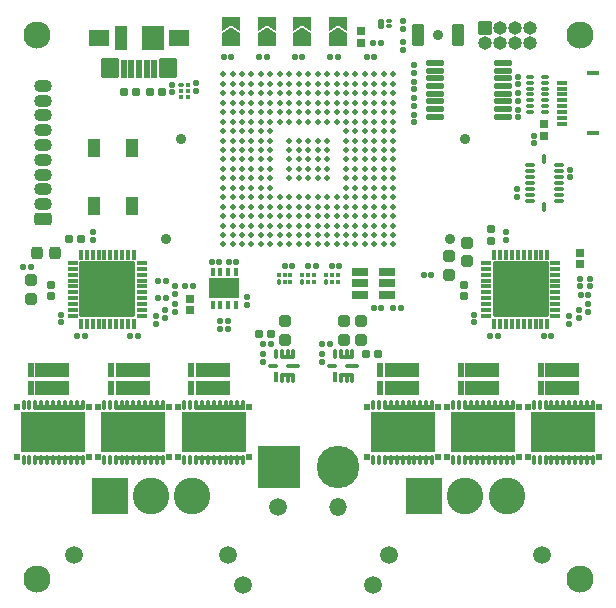
<source format=gts>
%TF.GenerationSoftware,KiCad,Pcbnew,(6.0.5)*%
%TF.CreationDate,2022-11-28T14:04:54+01:00*%
%TF.ProjectId,omodri_laas,6f6d6f64-7269-45f6-9c61-61732e6b6963,2.0*%
%TF.SameCoordinates,Original*%
%TF.FileFunction,Soldermask,Top*%
%TF.FilePolarity,Negative*%
%FSLAX46Y46*%
G04 Gerber Fmt 4.6, Leading zero omitted, Abs format (unit mm)*
G04 Created by KiCad (PCBNEW (6.0.5)) date 2022-11-28 14:04:54*
%MOMM*%
%LPD*%
G01*
G04 APERTURE LIST*
G04 Aperture macros list*
%AMRoundRect*
0 Rectangle with rounded corners*
0 $1 Rounding radius*
0 $2 $3 $4 $5 $6 $7 $8 $9 X,Y pos of 4 corners*
0 Add a 4 corners polygon primitive as box body*
4,1,4,$2,$3,$4,$5,$6,$7,$8,$9,$2,$3,0*
0 Add four circle primitives for the rounded corners*
1,1,$1+$1,$2,$3*
1,1,$1+$1,$4,$5*
1,1,$1+$1,$6,$7*
1,1,$1+$1,$8,$9*
0 Add four rect primitives between the rounded corners*
20,1,$1+$1,$2,$3,$4,$5,0*
20,1,$1+$1,$4,$5,$6,$7,0*
20,1,$1+$1,$6,$7,$8,$9,0*
20,1,$1+$1,$8,$9,$2,$3,0*%
%AMFreePoly0*
4,1,16,0.535355,0.785355,0.541603,0.777735,1.041603,0.027735,1.049029,-0.009806,1.041603,-0.027735,0.541603,-0.777735,0.509806,-0.799029,0.500000,-0.800000,-0.500000,-0.800000,-0.535355,-0.785355,-0.550000,-0.750000,-0.550000,0.750000,-0.535355,0.785355,-0.500000,0.800000,0.500000,0.800000,0.535355,0.785355,0.535355,0.785355,$1*%
%AMFreePoly1*
4,1,16,0.535355,0.785355,0.550000,0.750000,0.550000,-0.750000,0.535355,-0.785355,0.500000,-0.800000,-0.650000,-0.800000,-0.685355,-0.785355,-0.700000,-0.750000,-0.691603,-0.722265,-0.210093,0.000000,-0.691603,0.722265,-0.699029,0.759806,-0.677735,0.791603,-0.650000,0.800000,0.500000,0.800000,0.535355,0.785355,0.535355,0.785355,$1*%
G04 Aperture macros list end*
%ADD10C,0.350000*%
%ADD11C,0.100000*%
%ADD12C,0.900000*%
%ADD13RoundRect,0.150000X0.100000X-0.130000X0.100000X0.130000X-0.100000X0.130000X-0.100000X-0.130000X0*%
%ADD14RoundRect,0.150000X-0.130000X-0.100000X0.130000X-0.100000X0.130000X0.100000X-0.130000X0.100000X0*%
%ADD15RoundRect,0.190000X0.140000X0.170000X-0.140000X0.170000X-0.140000X-0.170000X0.140000X-0.170000X0*%
%ADD16RoundRect,0.268750X0.256250X-0.218750X0.256250X0.218750X-0.256250X0.218750X-0.256250X-0.218750X0*%
%ADD17RoundRect,0.150000X0.130000X0.100000X-0.130000X0.100000X-0.130000X-0.100000X0.130000X-0.100000X0*%
%ADD18RoundRect,0.050000X1.350000X-0.575000X1.350000X0.575000X-1.350000X0.575000X-1.350000X-0.575000X0*%
%ADD19RoundRect,0.050000X0.175000X0.575000X-0.175000X0.575000X-0.175000X-0.575000X0.175000X-0.575000X0*%
%ADD20RoundRect,0.050000X0.125000X-0.400000X0.125000X0.400000X-0.125000X0.400000X-0.125000X-0.400000X0*%
%ADD21RoundRect,0.050000X0.125000X-0.350000X0.125000X0.350000X-0.125000X0.350000X-0.125000X-0.350000X0*%
%ADD22RoundRect,0.050000X0.550000X-0.125000X0.550000X0.125000X-0.550000X0.125000X-0.550000X-0.125000X0*%
%ADD23RoundRect,0.050000X0.350000X-0.125000X0.350000X0.125000X-0.350000X0.125000X-0.350000X-0.125000X0*%
%ADD24RoundRect,0.150000X0.637500X0.100000X-0.637500X0.100000X-0.637500X-0.100000X0.637500X-0.100000X0*%
%ADD25RoundRect,0.150000X-0.100000X0.130000X-0.100000X-0.130000X0.100000X-0.130000X0.100000X0.130000X0*%
%ADD26RoundRect,0.190000X-0.170000X0.140000X-0.170000X-0.140000X0.170000X-0.140000X0.170000X0.140000X0*%
%ADD27RoundRect,0.050000X0.200000X-0.125000X0.200000X0.125000X-0.200000X0.125000X-0.200000X-0.125000X0*%
%ADD28RoundRect,0.050000X0.200000X-0.350000X0.200000X0.350000X-0.200000X0.350000X-0.200000X-0.350000X0*%
%ADD29RoundRect,0.197500X-0.172500X0.147500X-0.172500X-0.147500X0.172500X-0.147500X0.172500X0.147500X0*%
%ADD30RoundRect,0.190000X-0.140000X-0.170000X0.140000X-0.170000X0.140000X0.170000X-0.140000X0.170000X0*%
%ADD31C,2.300000*%
%ADD32C,1.500000*%
%ADD33RoundRect,0.050000X1.500000X1.500000X-1.500000X1.500000X-1.500000X-1.500000X1.500000X-1.500000X0*%
%ADD34C,3.100000*%
%ADD35RoundRect,0.275000X-0.250000X0.225000X-0.250000X-0.225000X0.250000X-0.225000X0.250000X0.225000X0*%
%ADD36RoundRect,0.275000X-0.225000X-0.250000X0.225000X-0.250000X0.225000X0.250000X-0.225000X0.250000X0*%
%ADD37RoundRect,0.197500X0.172500X-0.147500X0.172500X0.147500X-0.172500X0.147500X-0.172500X-0.147500X0*%
%ADD38RoundRect,0.275000X0.250000X-0.225000X0.250000X0.225000X-0.250000X0.225000X-0.250000X-0.225000X0*%
%ADD39RoundRect,0.050000X1.750000X1.750000X-1.750000X1.750000X-1.750000X-1.750000X1.750000X-1.750000X0*%
%ADD40C,3.600000*%
%ADD41RoundRect,0.050000X0.350000X-0.150000X0.350000X0.150000X-0.350000X0.150000X-0.350000X-0.150000X0*%
%ADD42RoundRect,0.050000X0.500000X-0.150000X0.500000X0.150000X-0.500000X0.150000X-0.500000X-0.150000X0*%
%ADD43RoundRect,0.112500X-0.350000X-0.062500X0.350000X-0.062500X0.350000X0.062500X-0.350000X0.062500X0*%
%ADD44RoundRect,0.112500X-0.062500X-0.350000X0.062500X-0.350000X0.062500X0.350000X-0.062500X0.350000X0*%
%ADD45RoundRect,0.050000X-2.300000X-2.300000X2.300000X-2.300000X2.300000X2.300000X-2.300000X2.300000X0*%
%ADD46RoundRect,0.050000X0.124999X-0.350000X0.124999X0.350000X-0.124999X0.350000X-0.124999X-0.350000X0*%
%ADD47RoundRect,0.050000X0.187500X-0.214999X0.187500X0.214999X-0.187500X0.214999X-0.187500X-0.214999X0*%
%ADD48RoundRect,0.050000X2.699999X-1.650000X2.699999X1.650000X-2.699999X1.650000X-2.699999X-1.650000X0*%
%ADD49RoundRect,0.200000X-0.512500X-0.150000X0.512500X-0.150000X0.512500X0.150000X-0.512500X0.150000X0*%
%ADD50RoundRect,0.050000X0.225000X0.690000X-0.225000X0.690000X-0.225000X-0.690000X0.225000X-0.690000X0*%
%ADD51RoundRect,0.050000X0.825000X0.650000X-0.825000X0.650000X-0.825000X-0.650000X0.825000X-0.650000X0*%
%ADD52RoundRect,0.050000X0.500000X0.950000X-0.500000X0.950000X-0.500000X-0.950000X0.500000X-0.950000X0*%
%ADD53RoundRect,0.050000X0.712500X0.775000X-0.712500X0.775000X-0.712500X-0.775000X0.712500X-0.775000X0*%
%ADD54RoundRect,0.050000X0.900000X0.950000X-0.900000X0.950000X-0.900000X-0.950000X0.900000X-0.950000X0*%
%ADD55RoundRect,0.197500X-0.147500X-0.172500X0.147500X-0.172500X0.147500X0.172500X-0.147500X0.172500X0*%
%ADD56RoundRect,0.197500X0.147500X0.172500X-0.147500X0.172500X-0.147500X-0.172500X0.147500X-0.172500X0*%
%ADD57RoundRect,0.050000X0.450000X0.850000X-0.450000X0.850000X-0.450000X-0.850000X0.450000X-0.850000X0*%
%ADD58RoundRect,0.050000X0.525000X-0.525000X0.525000X0.525000X-0.525000X0.525000X-0.525000X-0.525000X0*%
%ADD59O,1.150000X1.150000*%
%ADD60FreePoly0,90.000000*%
%ADD61FreePoly1,90.000000*%
%ADD62RoundRect,0.300000X0.450000X-0.250000X0.450000X0.250000X-0.450000X0.250000X-0.450000X-0.250000X0*%
%ADD63O,1.500000X1.100000*%
%ADD64RoundRect,0.050000X-0.337500X-0.125000X0.337500X-0.125000X0.337500X0.125000X-0.337500X0.125000X0*%
%ADD65RoundRect,0.050000X0.337500X-0.125000X0.337500X0.125000X-0.337500X0.125000X-0.337500X-0.125000X0*%
%ADD66RoundRect,0.050000X0.125000X-0.337500X0.125000X0.337500X-0.125000X0.337500X-0.125000X-0.337500X0*%
%ADD67RoundRect,0.050000X0.125000X0.337500X-0.125000X0.337500X-0.125000X-0.337500X0.125000X-0.337500X0*%
%ADD68RoundRect,0.050000X-0.175000X-0.100000X0.175000X-0.100000X0.175000X0.100000X-0.175000X0.100000X0*%
%ADD69RoundRect,0.050000X-0.150000X-0.100000X0.150000X-0.100000X0.150000X0.100000X-0.150000X0.100000X0*%
%ADD70RoundRect,0.050000X0.100000X-0.175000X0.100000X0.175000X-0.100000X0.175000X-0.100000X-0.175000X0*%
%ADD71RoundRect,0.050000X0.100000X-0.150000X0.100000X0.150000X-0.100000X0.150000X-0.100000X-0.150000X0*%
%ADD72RoundRect,0.050000X-0.500000X0.750000X-0.500000X-0.750000X0.500000X-0.750000X0.500000X0.750000X0*%
%ADD73RoundRect,0.050000X-0.150000X0.300000X-0.150000X-0.300000X0.150000X-0.300000X0.150000X0.300000X0*%
%ADD74RoundRect,0.050000X-1.200000X0.825000X-1.200000X-0.825000X1.200000X-0.825000X1.200000X0.825000X0*%
%ADD75RoundRect,0.050000X-0.249999X0.100000X-0.249999X-0.100000X0.249999X-0.100000X0.249999X0.100000X0*%
%ADD76C,0.500000*%
%ADD77O,1.500000X1.500000*%
G04 APERTURE END LIST*
D10*
%TO.C,U13*%
X122750000Y-80775000D02*
X123750000Y-80775000D01*
X122750000Y-79225000D02*
X123750000Y-79225000D01*
%TO.C,Q2*%
G36*
X105975000Y-87900000D02*
G01*
X101825000Y-87900000D01*
X101825000Y-87600000D01*
X105975000Y-87600000D01*
X105975000Y-87900000D01*
G37*
D11*
X105975000Y-87900000D02*
X101825000Y-87900000D01*
X101825000Y-87600000D01*
X105975000Y-87600000D01*
X105975000Y-87900000D01*
G36*
X105975000Y-83600000D02*
G01*
X101825000Y-83600000D01*
X101825000Y-83300000D01*
X105975000Y-83300000D01*
X105975000Y-83600000D01*
G37*
X105975000Y-83600000D02*
X101825000Y-83600000D01*
X101825000Y-83300000D01*
X105975000Y-83300000D01*
X105975000Y-83600000D01*
%TO.C,Q3*%
G36*
X112775000Y-87900000D02*
G01*
X108625000Y-87900000D01*
X108625000Y-87600000D01*
X112775000Y-87600000D01*
X112775000Y-87900000D01*
G37*
X112775000Y-87900000D02*
X108625000Y-87900000D01*
X108625000Y-87600000D01*
X112775000Y-87600000D01*
X112775000Y-87900000D01*
G36*
X112775000Y-83600000D02*
G01*
X108625000Y-83600000D01*
X108625000Y-83300000D01*
X112775000Y-83300000D01*
X112775000Y-83600000D01*
G37*
X112775000Y-83600000D02*
X108625000Y-83600000D01*
X108625000Y-83300000D01*
X112775000Y-83300000D01*
X112775000Y-83600000D01*
%TO.C,Q4*%
G36*
X119575000Y-83600000D02*
G01*
X115425000Y-83600000D01*
X115425000Y-83300000D01*
X119575000Y-83300000D01*
X119575000Y-83600000D01*
G37*
X119575000Y-83600000D02*
X115425000Y-83600000D01*
X115425000Y-83300000D01*
X119575000Y-83300000D01*
X119575000Y-83600000D01*
G36*
X119575000Y-87900000D02*
G01*
X115425000Y-87900000D01*
X115425000Y-87600000D01*
X119575000Y-87600000D01*
X119575000Y-87900000D01*
G37*
X119575000Y-87900000D02*
X115425000Y-87900000D01*
X115425000Y-87600000D01*
X119575000Y-87600000D01*
X119575000Y-87900000D01*
%TO.C,Q5*%
G36*
X135575000Y-87900000D02*
G01*
X131425000Y-87900000D01*
X131425000Y-87600000D01*
X135575000Y-87600000D01*
X135575000Y-87900000D01*
G37*
X135575000Y-87900000D02*
X131425000Y-87900000D01*
X131425000Y-87600000D01*
X135575000Y-87600000D01*
X135575000Y-87900000D01*
G36*
X135575000Y-83600000D02*
G01*
X131425000Y-83600000D01*
X131425000Y-83300000D01*
X135575000Y-83300000D01*
X135575000Y-83600000D01*
G37*
X135575000Y-83600000D02*
X131425000Y-83600000D01*
X131425000Y-83300000D01*
X135575000Y-83300000D01*
X135575000Y-83600000D01*
%TO.C,Q6*%
G36*
X142375000Y-83600000D02*
G01*
X138225000Y-83600000D01*
X138225000Y-83300000D01*
X142375000Y-83300000D01*
X142375000Y-83600000D01*
G37*
X142375000Y-83600000D02*
X138225000Y-83600000D01*
X138225000Y-83300000D01*
X142375000Y-83300000D01*
X142375000Y-83600000D01*
G36*
X142375000Y-87900000D02*
G01*
X138225000Y-87900000D01*
X138225000Y-87600000D01*
X142375000Y-87600000D01*
X142375000Y-87900000D01*
G37*
X142375000Y-87900000D02*
X138225000Y-87900000D01*
X138225000Y-87600000D01*
X142375000Y-87600000D01*
X142375000Y-87900000D01*
%TO.C,Q7*%
G36*
X149175000Y-83600000D02*
G01*
X145025000Y-83600000D01*
X145025000Y-83300000D01*
X149175000Y-83300000D01*
X149175000Y-83600000D01*
G37*
X149175000Y-83600000D02*
X145025000Y-83600000D01*
X145025000Y-83300000D01*
X149175000Y-83300000D01*
X149175000Y-83600000D01*
G36*
X149175000Y-87900000D02*
G01*
X145025000Y-87900000D01*
X145025000Y-87600000D01*
X149175000Y-87600000D01*
X149175000Y-87900000D01*
G37*
X149175000Y-87900000D02*
X145025000Y-87900000D01*
X145025000Y-87600000D01*
X149175000Y-87600000D01*
X149175000Y-87900000D01*
D10*
%TO.C,U12*%
X127750000Y-80775000D02*
X128750000Y-80775000D01*
X127750000Y-79225000D02*
X128750000Y-79225000D01*
%TD*%
D12*
%TO.C,J9*%
X114270000Y-60740000D03*
X113000000Y-69260000D03*
%TD*%
D13*
%TO.C,C41*%
X141750000Y-69320000D03*
X141750000Y-68680000D03*
%TD*%
D14*
%TO.C,C49*%
X144930000Y-77450000D03*
X145570000Y-77450000D03*
%TD*%
D15*
%TO.C,C65*%
X121830000Y-77250000D03*
X120870000Y-77250000D03*
%TD*%
D14*
%TO.C,C69*%
X132180000Y-75100000D03*
X132820000Y-75100000D03*
%TD*%
D16*
%TO.C,FB3*%
X123000000Y-77787500D03*
X123000000Y-76212500D03*
%TD*%
D17*
%TO.C,R26*%
X130600000Y-53800000D03*
X129960000Y-53800000D03*
%TD*%
D18*
%TO.C,R40*%
X132925000Y-81875000D03*
D19*
X131100000Y-81875000D03*
X131100000Y-80325000D03*
D18*
X132925000Y-80325000D03*
%TD*%
D20*
%TO.C,U13*%
X122250000Y-80950000D03*
D21*
X122750000Y-81000000D03*
X123250000Y-81000000D03*
X123750000Y-81000000D03*
D22*
X123750000Y-80000000D03*
D21*
X123750000Y-79000000D03*
X123250000Y-79000000D03*
X122750000Y-79000000D03*
X122250000Y-79000000D03*
D23*
X122050000Y-80000000D03*
%TD*%
D13*
%TO.C,R44*%
X148700000Y-75390000D03*
X148700000Y-74750000D03*
%TD*%
%TO.C,R23*%
X134000000Y-59370000D03*
X134000000Y-58730000D03*
%TD*%
D17*
%TO.C,C45*%
X141070000Y-77450000D03*
X140430000Y-77450000D03*
%TD*%
D24*
%TO.C,U5*%
X141462500Y-58875000D03*
X141462500Y-58225000D03*
X141462500Y-57575000D03*
X141462500Y-56925000D03*
X141462500Y-56275000D03*
X141462500Y-55625000D03*
X141462500Y-54975000D03*
X141462500Y-54325000D03*
X135737500Y-54325000D03*
X135737500Y-54975000D03*
X135737500Y-55625000D03*
X135737500Y-56275000D03*
X135737500Y-56925000D03*
X135737500Y-57575000D03*
X135737500Y-58225000D03*
X135737500Y-58875000D03*
%TD*%
D25*
%TO.C,R20*%
X142800000Y-55480000D03*
X142800000Y-56120000D03*
%TD*%
%TO.C,R21*%
X134000000Y-54530000D03*
X134000000Y-55170000D03*
%TD*%
D26*
%TO.C,C37*%
X138200000Y-73120000D03*
X138200000Y-74080000D03*
%TD*%
D27*
%TO.C,Q1*%
X131850000Y-51225000D03*
X131850000Y-50775000D03*
D28*
X131150000Y-51000000D03*
%TD*%
D25*
%TO.C,C43*%
X139050000Y-75630000D03*
X139050000Y-76270000D03*
%TD*%
D18*
%TO.C,R41*%
X139725000Y-81875000D03*
D19*
X137900000Y-81875000D03*
X137900000Y-80325000D03*
D18*
X139725000Y-80325000D03*
%TD*%
D14*
%TO.C,R37*%
X114580000Y-73250000D03*
X115220000Y-73250000D03*
%TD*%
D13*
%TO.C,R45*%
X148000000Y-73250000D03*
X148000000Y-72610000D03*
%TD*%
%TO.C,R46*%
X148875000Y-73250000D03*
X148875000Y-72610000D03*
%TD*%
D29*
%TO.C,D9*%
X115000000Y-74315000D03*
X115000000Y-75285000D03*
%TD*%
D30*
%TO.C,C27*%
X104790000Y-69200000D03*
X105750000Y-69200000D03*
%TD*%
D31*
%TO.C,H3*%
X102000000Y-52000000D03*
%TD*%
%TO.C,H4*%
X148000000Y-98000000D03*
%TD*%
%TO.C,H1*%
X102000000Y-98000000D03*
%TD*%
D32*
%TO.C,J11*%
X131800000Y-95975000D03*
X144800000Y-95975000D03*
D33*
X134800000Y-90975000D03*
D34*
X138300000Y-90975000D03*
X141800000Y-90975000D03*
%TD*%
D17*
%TO.C,R53*%
X121840000Y-78100000D03*
X121200000Y-78100000D03*
%TD*%
D30*
%TO.C,C62*%
X129920000Y-79000000D03*
X130880000Y-79000000D03*
%TD*%
D25*
%TO.C,R52*%
X126200000Y-79000000D03*
X126200000Y-79640000D03*
%TD*%
D35*
%TO.C,C25*%
X101500000Y-72725000D03*
X101500000Y-74275000D03*
%TD*%
D36*
%TO.C,C29*%
X102025000Y-70400000D03*
X103575000Y-70400000D03*
%TD*%
D13*
%TO.C,C28*%
X106750000Y-69320000D03*
X106750000Y-68680000D03*
%TD*%
D17*
%TO.C,C68*%
X131170000Y-75100000D03*
X130530000Y-75100000D03*
%TD*%
D31*
%TO.C,H2*%
X148000000Y-52000000D03*
%TD*%
D17*
%TO.C,R51*%
X126840000Y-78100000D03*
X126200000Y-78100000D03*
%TD*%
D14*
%TO.C,C31*%
X112280000Y-74250000D03*
X112920000Y-74250000D03*
%TD*%
D37*
%TO.C,D10*%
X148000000Y-71370000D03*
X148000000Y-70400000D03*
%TD*%
D26*
%TO.C,C40*%
X140500000Y-68420000D03*
X140500000Y-69380000D03*
%TD*%
D38*
%TO.C,C38*%
X136900000Y-72250000D03*
X136900000Y-70700000D03*
%TD*%
D32*
%TO.C,J6*%
X130500000Y-98500000D03*
X119500000Y-98500000D03*
D39*
X122500000Y-88500000D03*
D40*
X127500000Y-88500000D03*
%TD*%
D18*
%TO.C,R39*%
X116925000Y-81875000D03*
D19*
X115100000Y-81875000D03*
X115100000Y-80325000D03*
D18*
X116925000Y-80325000D03*
%TD*%
D14*
%TO.C,C36*%
X109930000Y-77450000D03*
X110570000Y-77450000D03*
%TD*%
D25*
%TO.C,C30*%
X104050000Y-75630000D03*
X104050000Y-76270000D03*
%TD*%
D17*
%TO.C,C32*%
X106070000Y-77450000D03*
X105430000Y-77450000D03*
%TD*%
D18*
%TO.C,R32*%
X110125000Y-81875000D03*
D19*
X108300000Y-81875000D03*
X108300000Y-80325000D03*
D18*
X110125000Y-80325000D03*
%TD*%
D13*
%TO.C,R42*%
X147100000Y-76390000D03*
X147100000Y-75750000D03*
%TD*%
%TO.C,R34*%
X112900000Y-75890000D03*
X112900000Y-75250000D03*
%TD*%
D32*
%TO.C,J10*%
X105200000Y-95975000D03*
X118200000Y-95975000D03*
D33*
X108200000Y-90975000D03*
D34*
X111700000Y-90975000D03*
X115200000Y-90975000D03*
%TD*%
D25*
%TO.C,R54*%
X121200000Y-79000000D03*
X121200000Y-79640000D03*
%TD*%
D16*
%TO.C,FB1*%
X128000000Y-77787500D03*
X128000000Y-76212500D03*
%TD*%
%TO.C,FB2*%
X129500000Y-77787500D03*
X129500000Y-76212500D03*
%TD*%
D25*
%TO.C,R29*%
X133000000Y-50780000D03*
X133000000Y-51420000D03*
%TD*%
D13*
%TO.C,C14*%
X134000000Y-56570000D03*
X134000000Y-55930000D03*
%TD*%
%TO.C,R33*%
X112100000Y-76390000D03*
X112100000Y-75750000D03*
%TD*%
%TO.C,R43*%
X147900000Y-75890000D03*
X147900000Y-75250000D03*
%TD*%
%TO.C,R35*%
X113700000Y-75390000D03*
X113700000Y-74750000D03*
%TD*%
%TO.C,R19*%
X142800000Y-57520000D03*
X142800000Y-56880000D03*
%TD*%
D18*
%TO.C,R31*%
X103325000Y-81875000D03*
D19*
X101500000Y-81875000D03*
X101500000Y-80325000D03*
D18*
X103325000Y-80325000D03*
%TD*%
D41*
%TO.C,J5*%
X146500000Y-59500000D03*
X146500000Y-59000000D03*
X146500000Y-58500000D03*
X146500000Y-58000000D03*
X146500000Y-57500000D03*
X146500000Y-57000000D03*
X146500000Y-56500000D03*
X146500000Y-56000000D03*
D42*
X149150000Y-60290000D03*
X149150000Y-55210000D03*
%TD*%
D18*
%TO.C,R47*%
X146525000Y-81875000D03*
D19*
X144700000Y-81875000D03*
X144700000Y-80325000D03*
D18*
X146525000Y-80325000D03*
%TD*%
D43*
%TO.C,U9*%
X105062500Y-71250000D03*
X105062500Y-71750000D03*
X105062500Y-72250000D03*
X105062500Y-72750000D03*
X105062500Y-73250000D03*
X105062500Y-73750000D03*
X105062500Y-74250000D03*
X105062500Y-74750000D03*
X105062500Y-75250000D03*
X105062500Y-75750000D03*
D44*
X105750000Y-76437500D03*
X106250000Y-76437500D03*
X106750000Y-76437500D03*
X107250000Y-76437500D03*
X107750000Y-76437500D03*
X108250000Y-76437500D03*
X108750000Y-76437500D03*
X109250000Y-76437500D03*
X109750000Y-76437500D03*
X110250000Y-76437500D03*
D43*
X110937500Y-75750000D03*
X110937500Y-75250000D03*
X110937500Y-74750000D03*
X110937500Y-74250000D03*
X110937500Y-73750000D03*
X110937500Y-73250000D03*
X110937500Y-72750000D03*
X110937500Y-72250000D03*
X110937500Y-71750000D03*
X110937500Y-71250000D03*
D44*
X110250000Y-70562500D03*
X109750000Y-70562500D03*
X109250000Y-70562500D03*
X108750000Y-70562500D03*
X108250000Y-70562500D03*
X107750000Y-70562500D03*
X107250000Y-70562500D03*
X106750000Y-70562500D03*
X106250000Y-70562500D03*
X105750000Y-70562500D03*
D45*
X108000000Y-73500000D03*
%TD*%
D43*
%TO.C,U10*%
X140062500Y-71250000D03*
X140062500Y-71750000D03*
X140062500Y-72250000D03*
X140062500Y-72750000D03*
X140062500Y-73250000D03*
X140062500Y-73750000D03*
X140062500Y-74250000D03*
X140062500Y-74750000D03*
X140062500Y-75250000D03*
X140062500Y-75750000D03*
D44*
X140750000Y-76437500D03*
X141250000Y-76437500D03*
X141750000Y-76437500D03*
X142250000Y-76437500D03*
X142750000Y-76437500D03*
X143250000Y-76437500D03*
X143750000Y-76437500D03*
X144250000Y-76437500D03*
X144750000Y-76437500D03*
X145250000Y-76437500D03*
D43*
X145937500Y-75750000D03*
X145937500Y-75250000D03*
X145937500Y-74750000D03*
X145937500Y-74250000D03*
X145937500Y-73750000D03*
X145937500Y-73250000D03*
X145937500Y-72750000D03*
X145937500Y-72250000D03*
X145937500Y-71750000D03*
X145937500Y-71250000D03*
D44*
X145250000Y-70562500D03*
X144750000Y-70562500D03*
X144250000Y-70562500D03*
X143750000Y-70562500D03*
X143250000Y-70562500D03*
X142750000Y-70562500D03*
X142250000Y-70562500D03*
X141750000Y-70562500D03*
X141250000Y-70562500D03*
X140750000Y-70562500D03*
D45*
X143000000Y-73500000D03*
%TD*%
D25*
%TO.C,R18*%
X142800000Y-58280000D03*
X142800000Y-58920000D03*
%TD*%
D46*
%TO.C,Q2*%
X100900000Y-87950000D03*
X101399999Y-87950000D03*
X101900000Y-87950000D03*
X102399999Y-87950000D03*
X102900001Y-87950000D03*
X103400000Y-87950000D03*
X103899999Y-87950000D03*
X104400001Y-87950000D03*
X104900000Y-87950000D03*
X105400001Y-87950000D03*
X105900000Y-87950000D03*
X105900000Y-83250000D03*
X105400001Y-83250000D03*
X104900000Y-83250000D03*
X104400001Y-83250000D03*
X103899999Y-83250000D03*
X103400000Y-83250000D03*
X102900001Y-83250000D03*
X102399999Y-83250000D03*
X101900000Y-83250000D03*
X101399999Y-83250000D03*
X100900000Y-83250000D03*
D47*
X100387001Y-87715000D03*
X106412999Y-87715000D03*
X106412999Y-83485000D03*
X100387001Y-83485000D03*
D48*
X103400000Y-85600000D03*
%TD*%
D46*
%TO.C,Q3*%
X107700000Y-87950000D03*
X108199999Y-87950000D03*
X108700000Y-87950000D03*
X109199999Y-87950000D03*
X109700001Y-87950000D03*
X110200000Y-87950000D03*
X110699999Y-87950000D03*
X111200001Y-87950000D03*
X111700000Y-87950000D03*
X112200001Y-87950000D03*
X112700000Y-87950000D03*
X112700000Y-83250000D03*
X112200001Y-83250000D03*
X111700000Y-83250000D03*
X111200001Y-83250000D03*
X110699999Y-83250000D03*
X110200000Y-83250000D03*
X109700001Y-83250000D03*
X109199999Y-83250000D03*
X108700000Y-83250000D03*
X108199999Y-83250000D03*
X107700000Y-83250000D03*
D47*
X107187001Y-87715000D03*
X113212999Y-87715000D03*
X113212999Y-83485000D03*
X107187001Y-83485000D03*
D48*
X110200000Y-85600000D03*
%TD*%
D46*
%TO.C,Q4*%
X114500000Y-87950000D03*
X114999999Y-87950000D03*
X115500000Y-87950000D03*
X115999999Y-87950000D03*
X116500001Y-87950000D03*
X117000000Y-87950000D03*
X117499999Y-87950000D03*
X118000001Y-87950000D03*
X118500000Y-87950000D03*
X119000001Y-87950000D03*
X119500000Y-87950000D03*
X119500000Y-83250000D03*
X119000001Y-83250000D03*
X118500000Y-83250000D03*
X118000001Y-83250000D03*
X117499999Y-83250000D03*
X117000000Y-83250000D03*
X116500001Y-83250000D03*
X115999999Y-83250000D03*
X115500000Y-83250000D03*
X114999999Y-83250000D03*
X114500000Y-83250000D03*
D47*
X113987001Y-87715000D03*
X120012999Y-87715000D03*
X120012999Y-83485000D03*
X113987001Y-83485000D03*
D48*
X117000000Y-85600000D03*
%TD*%
D46*
%TO.C,Q5*%
X130500000Y-87950000D03*
X130999999Y-87950000D03*
X131500000Y-87950000D03*
X131999999Y-87950000D03*
X132500001Y-87950000D03*
X133000000Y-87950000D03*
X133499999Y-87950000D03*
X134000001Y-87950000D03*
X134500000Y-87950000D03*
X135000001Y-87950000D03*
X135500000Y-87950000D03*
X135500000Y-83250000D03*
X135000001Y-83250000D03*
X134500000Y-83250000D03*
X134000001Y-83250000D03*
X133499999Y-83250000D03*
X133000000Y-83250000D03*
X132500001Y-83250000D03*
X131999999Y-83250000D03*
X131500000Y-83250000D03*
X130999999Y-83250000D03*
X130500000Y-83250000D03*
D47*
X129987001Y-87715000D03*
X136012999Y-87715000D03*
X136012999Y-83485000D03*
X129987001Y-83485000D03*
D48*
X133000000Y-85600000D03*
%TD*%
D46*
%TO.C,Q6*%
X137300000Y-87950000D03*
X137799999Y-87950000D03*
X138300000Y-87950000D03*
X138799999Y-87950000D03*
X139300001Y-87950000D03*
X139800000Y-87950000D03*
X140299999Y-87950000D03*
X140800001Y-87950000D03*
X141300000Y-87950000D03*
X141800001Y-87950000D03*
X142300000Y-87950000D03*
X142300000Y-83250000D03*
X141800001Y-83250000D03*
X141300000Y-83250000D03*
X140800001Y-83250000D03*
X140299999Y-83250000D03*
X139800000Y-83250000D03*
X139300001Y-83250000D03*
X138799999Y-83250000D03*
X138300000Y-83250000D03*
X137799999Y-83250000D03*
X137300000Y-83250000D03*
D47*
X136787001Y-87715000D03*
X142812999Y-87715000D03*
X142812999Y-83485000D03*
X136787001Y-83485000D03*
D48*
X139800000Y-85600000D03*
%TD*%
D46*
%TO.C,Q7*%
X144100000Y-87950000D03*
X144599999Y-87950000D03*
X145100000Y-87950000D03*
X145599999Y-87950000D03*
X146100001Y-87950000D03*
X146600000Y-87950000D03*
X147099999Y-87950000D03*
X147600001Y-87950000D03*
X148100000Y-87950000D03*
X148600001Y-87950000D03*
X149100000Y-87950000D03*
X149100000Y-83250000D03*
X148600001Y-83250000D03*
X148100000Y-83250000D03*
X147600001Y-83250000D03*
X147099999Y-83250000D03*
X146600000Y-83250000D03*
X146100001Y-83250000D03*
X145599999Y-83250000D03*
X145100000Y-83250000D03*
X144599999Y-83250000D03*
X144100000Y-83250000D03*
D47*
X143587001Y-87715000D03*
X149612999Y-87715000D03*
X149612999Y-83485000D03*
X143587001Y-83485000D03*
D48*
X146600000Y-85600000D03*
%TD*%
D49*
%TO.C,U14*%
X129362500Y-72050000D03*
X129362500Y-73000000D03*
X129362500Y-73950000D03*
X131637500Y-73950000D03*
X131637500Y-73000000D03*
X131637500Y-72050000D03*
%TD*%
D37*
%TO.C,D6*%
X129500000Y-52600000D03*
X129500000Y-51630000D03*
%TD*%
D14*
%TO.C,C44*%
X148080000Y-74000000D03*
X148720000Y-74000000D03*
%TD*%
D20*
%TO.C,U12*%
X127250000Y-80950000D03*
D21*
X127750000Y-81000000D03*
X128250000Y-81000000D03*
X128750000Y-81000000D03*
D22*
X128750000Y-80000000D03*
D21*
X128750000Y-79000000D03*
X128250000Y-79000000D03*
X127750000Y-79000000D03*
X127250000Y-79000000D03*
D23*
X127050000Y-80000000D03*
%TD*%
D38*
%TO.C,C42*%
X138450000Y-71125000D03*
X138450000Y-69575000D03*
%TD*%
D25*
%TO.C,R38*%
X113700000Y-73250000D03*
X113700000Y-73890000D03*
%TD*%
D26*
%TO.C,C24*%
X103200000Y-73120000D03*
X103200000Y-74080000D03*
%TD*%
D13*
%TO.C,C104*%
X113500000Y-56820000D03*
X113500000Y-56180000D03*
%TD*%
D50*
%TO.C,J15*%
X111970000Y-54860000D03*
X111320000Y-54860000D03*
X110670000Y-54860000D03*
X110020000Y-54860000D03*
X109370000Y-54860000D03*
D51*
X107295000Y-52200000D03*
X114045000Y-52200000D03*
D52*
X109120000Y-52200000D03*
D53*
X108182500Y-54775000D03*
X113157500Y-54775000D03*
D54*
X111820000Y-52200000D03*
%TD*%
D55*
%TO.C,D11*%
X111615000Y-56750000D03*
X112585000Y-56750000D03*
%TD*%
D56*
%TO.C,D12*%
X110385000Y-56750000D03*
X109415000Y-56750000D03*
%TD*%
D12*
%TO.C,SW1*%
X136000000Y-52000000D03*
D57*
X137700000Y-52000000D03*
X134300000Y-52000000D03*
%TD*%
D25*
%TO.C,C23*%
X133000000Y-52580000D03*
X133000000Y-53220000D03*
%TD*%
D17*
%TO.C,C26*%
X101520000Y-71600000D03*
X100880000Y-71600000D03*
%TD*%
%TO.C,C39*%
X135420000Y-72250000D03*
X134780000Y-72250000D03*
%TD*%
D58*
%TO.C,J7*%
X140000000Y-51400000D03*
D59*
X140000000Y-52670000D03*
X141270000Y-51400000D03*
X141270000Y-52670000D03*
X142540000Y-51400000D03*
X142540000Y-52670000D03*
X143810000Y-51400000D03*
X143810000Y-52670000D03*
%TD*%
D14*
%TO.C,R36*%
X112280000Y-72750000D03*
X112920000Y-72750000D03*
%TD*%
D25*
%TO.C,R22*%
X134000000Y-57330000D03*
X134000000Y-57970000D03*
%TD*%
D14*
%TO.C,R30*%
X130510000Y-52600000D03*
X131150000Y-52600000D03*
%TD*%
D60*
%TO.C,JP1*%
X127500000Y-52425000D03*
D61*
X127500000Y-50975000D03*
%TD*%
D13*
%TO.C,C102*%
X119800000Y-74800000D03*
X119800000Y-74160000D03*
%TD*%
D25*
%TO.C,R17*%
X144100000Y-60485000D03*
X144100000Y-61125000D03*
%TD*%
D62*
%TO.C,J12*%
X102550000Y-67525000D03*
D63*
X102550000Y-66275000D03*
X102550000Y-65025000D03*
X102550000Y-63775000D03*
X102550000Y-62525000D03*
X102550000Y-61275000D03*
X102550000Y-60025000D03*
X102550000Y-58775000D03*
X102550000Y-57525000D03*
X102550000Y-56275000D03*
%TD*%
D14*
%TO.C,R2*%
X120860000Y-53800000D03*
X121500000Y-53800000D03*
%TD*%
D64*
%TO.C,U16*%
X146262500Y-63000000D03*
X146262500Y-63500000D03*
X146262500Y-64000000D03*
X146262500Y-64500000D03*
D65*
X146262500Y-65000000D03*
X146262500Y-65500000D03*
X146262500Y-66000000D03*
D66*
X145000000Y-66512500D03*
D64*
X143737500Y-66000000D03*
X143737500Y-65500000D03*
X143737500Y-65000000D03*
D65*
X143737500Y-64500000D03*
X143737500Y-64000000D03*
X143737500Y-63500000D03*
X143737500Y-63000000D03*
D67*
X145000000Y-62487500D03*
%TD*%
D25*
%TO.C,R64*%
X118250000Y-76180000D03*
X118250000Y-76820000D03*
%TD*%
D68*
%TO.C,U19*%
X114225000Y-56180000D03*
D69*
X114200000Y-56680000D03*
X114200000Y-57180000D03*
X114800000Y-57180000D03*
X114800000Y-56680000D03*
X114800000Y-56180000D03*
%TD*%
D70*
%TO.C,U1*%
X122500000Y-72875000D03*
D71*
X123000000Y-72900000D03*
X123500000Y-72900000D03*
X123500000Y-72300000D03*
X123000000Y-72300000D03*
X122500000Y-72300000D03*
%TD*%
D72*
%TO.C,D4*%
X110100000Y-61550000D03*
X106900000Y-61550000D03*
X106900000Y-66450000D03*
X110100000Y-66450000D03*
%TD*%
D17*
%TO.C,R65*%
X118920000Y-71200000D03*
X118280000Y-71200000D03*
%TD*%
D29*
%TO.C,D2*%
X145000000Y-59515000D03*
X145000000Y-60485000D03*
%TD*%
D73*
%TO.C,U18*%
X118850000Y-72000000D03*
X118200000Y-72000000D03*
X117550000Y-72000000D03*
X116900000Y-72000000D03*
X116900000Y-74800000D03*
X117550000Y-74800000D03*
X118200000Y-74800000D03*
X118850000Y-74800000D03*
D74*
X117875000Y-73400000D03*
%TD*%
D14*
%TO.C,R1*%
X117860000Y-53800000D03*
X118500000Y-53800000D03*
%TD*%
%TO.C,C7*%
X125000000Y-71500000D03*
X125640000Y-71500000D03*
%TD*%
%TO.C,R3*%
X123860000Y-53800000D03*
X124500000Y-53800000D03*
%TD*%
%TO.C,R66*%
X116830000Y-71200000D03*
X117470000Y-71200000D03*
%TD*%
D70*
%TO.C,U2*%
X124500000Y-72875000D03*
D71*
X125000000Y-72900000D03*
X125500000Y-72900000D03*
X125500000Y-72300000D03*
X125000000Y-72300000D03*
X124500000Y-72300000D03*
%TD*%
D75*
%TO.C,D3*%
X145025000Y-58500000D03*
X145025000Y-58000001D03*
X145025000Y-57499999D03*
X145025000Y-57000000D03*
X145025000Y-56499998D03*
X145025000Y-55999999D03*
X145025000Y-55500000D03*
X143775000Y-55500000D03*
X143775000Y-55999999D03*
X143775000Y-56499998D03*
X143775000Y-57000000D03*
X143775000Y-57499999D03*
X143775000Y-58000001D03*
X143775000Y-58500000D03*
%TD*%
D13*
%TO.C,C100*%
X147200000Y-64000000D03*
X147200000Y-63360000D03*
%TD*%
%TO.C,C103*%
X115500000Y-56680000D03*
X115500000Y-56040000D03*
%TD*%
D60*
%TO.C,JP4*%
X118500000Y-52425000D03*
D61*
X118500000Y-50975000D03*
%TD*%
D14*
%TO.C,C3*%
X123000000Y-71500000D03*
X123640000Y-71500000D03*
%TD*%
D76*
%TO.C,U6*%
X117800000Y-69700000D03*
X117800000Y-68900000D03*
X117800000Y-68100000D03*
X117800000Y-67300000D03*
X117800000Y-66500000D03*
X117800000Y-65700000D03*
X117800000Y-64900000D03*
X117800000Y-64100000D03*
X117800000Y-63300000D03*
X117800000Y-62500000D03*
X117800000Y-61700000D03*
X117800000Y-60900000D03*
X117800000Y-60100000D03*
X117800000Y-59300000D03*
X117800000Y-58500000D03*
X117800000Y-57700000D03*
X117800000Y-56900000D03*
X117800000Y-56100000D03*
X117800000Y-55300000D03*
X118600000Y-69700000D03*
X118600000Y-68900000D03*
X118600000Y-68100000D03*
X118600000Y-67300000D03*
X118600000Y-66500000D03*
X118600000Y-65700000D03*
X118600000Y-64900000D03*
X118600000Y-64100000D03*
X118600000Y-63300000D03*
X118600000Y-62500000D03*
X118600000Y-61700000D03*
X118600000Y-60900000D03*
X118600000Y-60100000D03*
X118600000Y-59300000D03*
X118600000Y-58500000D03*
X118600000Y-57700000D03*
X118600000Y-56900000D03*
X118600000Y-56100000D03*
X118600000Y-55300000D03*
X119400000Y-69700000D03*
X119400000Y-68900000D03*
X119400000Y-68100000D03*
X119400000Y-67300000D03*
X119400000Y-66500000D03*
X119400000Y-65700000D03*
X119400000Y-64900000D03*
X119400000Y-64100000D03*
X119400000Y-63300000D03*
X119400000Y-62500000D03*
X119400000Y-61700000D03*
X119400000Y-60900000D03*
X119400000Y-60100000D03*
X119400000Y-59300000D03*
X119400000Y-58500000D03*
X119400000Y-57700000D03*
X119400000Y-56900000D03*
X119400000Y-56100000D03*
X119400000Y-55300000D03*
X120200000Y-69700000D03*
X120200000Y-68900000D03*
X120200000Y-68100000D03*
X120200000Y-67300000D03*
X120200000Y-66500000D03*
X120200000Y-65700000D03*
X120200000Y-64900000D03*
X120200000Y-64100000D03*
X120200000Y-63300000D03*
X120200000Y-62500000D03*
X120200000Y-61700000D03*
X120200000Y-60900000D03*
X120200000Y-60100000D03*
X120200000Y-59300000D03*
X120200000Y-58500000D03*
X120200000Y-57700000D03*
X120200000Y-56900000D03*
X120200000Y-56100000D03*
X120200000Y-55300000D03*
X121000000Y-69700000D03*
X121000000Y-68900000D03*
X121000000Y-68100000D03*
X121000000Y-67300000D03*
X121000000Y-66500000D03*
X121000000Y-65700000D03*
X121000000Y-64900000D03*
X121000000Y-64100000D03*
X121000000Y-63300000D03*
X121000000Y-62500000D03*
X121000000Y-61700000D03*
X121000000Y-60900000D03*
X121000000Y-60100000D03*
X121000000Y-59300000D03*
X121000000Y-58500000D03*
X121000000Y-57700000D03*
X121000000Y-56900000D03*
X121000000Y-56100000D03*
X121000000Y-55300000D03*
X121800000Y-69700000D03*
X121800000Y-68900000D03*
X121800000Y-68100000D03*
X121800000Y-67300000D03*
X121800000Y-66500000D03*
X121800000Y-65700000D03*
X121800000Y-64900000D03*
X121800000Y-64100000D03*
X121800000Y-63300000D03*
X121800000Y-62500000D03*
X121800000Y-61700000D03*
X121800000Y-60900000D03*
X121800000Y-60100000D03*
X121800000Y-59300000D03*
X121800000Y-58500000D03*
X121800000Y-57700000D03*
X121800000Y-56900000D03*
X121800000Y-56100000D03*
X121800000Y-55300000D03*
X122600000Y-69700000D03*
X122600000Y-68900000D03*
X122600000Y-68100000D03*
X122600000Y-67300000D03*
X122600000Y-66500000D03*
X122600000Y-65700000D03*
X122600000Y-59300000D03*
X122600000Y-58500000D03*
X122600000Y-57700000D03*
X122600000Y-56900000D03*
X122600000Y-56100000D03*
X122600000Y-55300000D03*
X123400000Y-69700000D03*
X123400000Y-68900000D03*
X123400000Y-68100000D03*
X123400000Y-67300000D03*
X123400000Y-66500000D03*
X123400000Y-65700000D03*
X123400000Y-64100000D03*
X123400000Y-63300000D03*
X123400000Y-62500000D03*
X123400000Y-61700000D03*
X123400000Y-60900000D03*
X123400000Y-59300000D03*
X123400000Y-58500000D03*
X123400000Y-57700000D03*
X123400000Y-56900000D03*
X123400000Y-56100000D03*
X123400000Y-55300000D03*
X124200000Y-69700000D03*
X124200000Y-68900000D03*
X124200000Y-68100000D03*
X124200000Y-67300000D03*
X124200000Y-66500000D03*
X124200000Y-65700000D03*
X124200000Y-64100000D03*
X124200000Y-63300000D03*
X124200000Y-62500000D03*
X124200000Y-61700000D03*
X124200000Y-60900000D03*
X124200000Y-59300000D03*
X124200000Y-58500000D03*
X124200000Y-57700000D03*
X124200000Y-56900000D03*
X124200000Y-56100000D03*
X124200000Y-55300000D03*
X125000000Y-69700000D03*
X125000000Y-68900000D03*
X125000000Y-68100000D03*
X125000000Y-67300000D03*
X125000000Y-66500000D03*
X125000000Y-65700000D03*
X125000000Y-64100000D03*
X125000000Y-63300000D03*
X125000000Y-62500000D03*
X125000000Y-61700000D03*
X125000000Y-60900000D03*
X125000000Y-59300000D03*
X125000000Y-58500000D03*
X125000000Y-57700000D03*
X125000000Y-56900000D03*
X125000000Y-56100000D03*
X125000000Y-55300000D03*
X125800000Y-69700000D03*
X125800000Y-68900000D03*
X125800000Y-68100000D03*
X125800000Y-67300000D03*
X125800000Y-66500000D03*
X125800000Y-65700000D03*
X125800000Y-64100000D03*
X125800000Y-63300000D03*
X125800000Y-62500000D03*
X125800000Y-61700000D03*
X125800000Y-60900000D03*
X125800000Y-59300000D03*
X125800000Y-58500000D03*
X125800000Y-57700000D03*
X125800000Y-56900000D03*
X125800000Y-56100000D03*
X125800000Y-55300000D03*
X126600000Y-69700000D03*
X126600000Y-68900000D03*
X126600000Y-68100000D03*
X126600000Y-67300000D03*
X126600000Y-66500000D03*
X126600000Y-65700000D03*
X126600000Y-64100000D03*
X126600000Y-63300000D03*
X126600000Y-62500000D03*
X126600000Y-61700000D03*
X126600000Y-60900000D03*
X126600000Y-59300000D03*
X126600000Y-58500000D03*
X126600000Y-57700000D03*
X126600000Y-56900000D03*
X126600000Y-56100000D03*
X126600000Y-55300000D03*
X127400000Y-69700000D03*
X127400000Y-68900000D03*
X127400000Y-68100000D03*
X127400000Y-67300000D03*
X127400000Y-66500000D03*
X127400000Y-65700000D03*
X127400000Y-59300000D03*
X127400000Y-58500000D03*
X127400000Y-57700000D03*
X127400000Y-56900000D03*
X127400000Y-56100000D03*
X127400000Y-55300000D03*
X128200000Y-69700000D03*
X128200000Y-68900000D03*
X128200000Y-68100000D03*
X128200000Y-67300000D03*
X128200000Y-66500000D03*
X128200000Y-65700000D03*
X128200000Y-64900000D03*
X128200000Y-64100000D03*
X128200000Y-63300000D03*
X128200000Y-62500000D03*
X128200000Y-61700000D03*
X128200000Y-60900000D03*
X128200000Y-60100000D03*
X128200000Y-59300000D03*
X128200000Y-58500000D03*
X128200000Y-57700000D03*
X128200000Y-56900000D03*
X128200000Y-56100000D03*
X128200000Y-55300000D03*
X129000000Y-69700000D03*
X129000000Y-68900000D03*
X129000000Y-68100000D03*
X129000000Y-67300000D03*
X129000000Y-66500000D03*
X129000000Y-65700000D03*
X129000000Y-64900000D03*
X129000000Y-64100000D03*
X129000000Y-63300000D03*
X129000000Y-62500000D03*
X129000000Y-61700000D03*
X129000000Y-60900000D03*
X129000000Y-60100000D03*
X129000000Y-59300000D03*
X129000000Y-58500000D03*
X129000000Y-57700000D03*
X129000000Y-56900000D03*
X129000000Y-56100000D03*
X129000000Y-55300000D03*
X129800000Y-69700000D03*
X129800000Y-68900000D03*
X129800000Y-68100000D03*
X129800000Y-67300000D03*
X129800000Y-66500000D03*
X129800000Y-65700000D03*
X129800000Y-64900000D03*
X129800000Y-64100000D03*
X129800000Y-63300000D03*
X129800000Y-62500000D03*
X129800000Y-61700000D03*
X129800000Y-60900000D03*
X129800000Y-60100000D03*
X129800000Y-59300000D03*
X129800000Y-58500000D03*
X129800000Y-57700000D03*
X129800000Y-56900000D03*
X129800000Y-56100000D03*
X129800000Y-55300000D03*
X130600000Y-69700000D03*
X130600000Y-68900000D03*
X130600000Y-68100000D03*
X130600000Y-67300000D03*
X130600000Y-66500000D03*
X130600000Y-65700000D03*
X130600000Y-64900000D03*
X130600000Y-64100000D03*
X130600000Y-63300000D03*
X130600000Y-62500000D03*
X130600000Y-61700000D03*
X130600000Y-60900000D03*
X130600000Y-60100000D03*
X130600000Y-59300000D03*
X130600000Y-58500000D03*
X130600000Y-57700000D03*
X130600000Y-56900000D03*
X130600000Y-56100000D03*
X130600000Y-55300000D03*
X131400000Y-69700000D03*
X131400000Y-68900000D03*
X131400000Y-68100000D03*
X131400000Y-67300000D03*
X131400000Y-66500000D03*
X131400000Y-65700000D03*
X131400000Y-64900000D03*
X131400000Y-64100000D03*
X131400000Y-63300000D03*
X131400000Y-62500000D03*
X131400000Y-61700000D03*
X131400000Y-60900000D03*
X131400000Y-60100000D03*
X131400000Y-59300000D03*
X131400000Y-58500000D03*
X131400000Y-57700000D03*
X131400000Y-56900000D03*
X131400000Y-56100000D03*
X131400000Y-55300000D03*
X132200000Y-69700000D03*
X132200000Y-68900000D03*
X132200000Y-68100000D03*
X132200000Y-67300000D03*
X132200000Y-66500000D03*
X132200000Y-65700000D03*
X132200000Y-64900000D03*
X132200000Y-64100000D03*
X132200000Y-63300000D03*
X132200000Y-62500000D03*
X132200000Y-61700000D03*
X132200000Y-60900000D03*
X132200000Y-60100000D03*
X132200000Y-59300000D03*
X132200000Y-58500000D03*
X132200000Y-57700000D03*
X132200000Y-56900000D03*
X132200000Y-56100000D03*
X132200000Y-55300000D03*
%TD*%
D14*
%TO.C,R4*%
X126860000Y-53800000D03*
X127500000Y-53800000D03*
%TD*%
D60*
%TO.C,JP3*%
X121500000Y-52425000D03*
D61*
X121500000Y-50975000D03*
%TD*%
D70*
%TO.C,U3*%
X126500000Y-72875000D03*
D71*
X127000000Y-72900000D03*
X127500000Y-72900000D03*
X127500000Y-72300000D03*
X127000000Y-72300000D03*
X126500000Y-72300000D03*
%TD*%
D25*
%TO.C,R62*%
X117500000Y-76180000D03*
X117500000Y-76820000D03*
%TD*%
D14*
%TO.C,C8*%
X127000000Y-71500000D03*
X127640000Y-71500000D03*
%TD*%
D60*
%TO.C,JP2*%
X124500000Y-52425000D03*
D61*
X124500000Y-50975000D03*
%TD*%
D25*
%TO.C,C99*%
X142700000Y-65000000D03*
X142700000Y-65640000D03*
%TD*%
D12*
%TO.C,J8*%
X137000000Y-69260000D03*
X138270000Y-60740000D03*
%TD*%
D32*
%TO.C,R63*%
X122460000Y-91900000D03*
D77*
X127540000Y-91900000D03*
%TD*%
M02*

</source>
